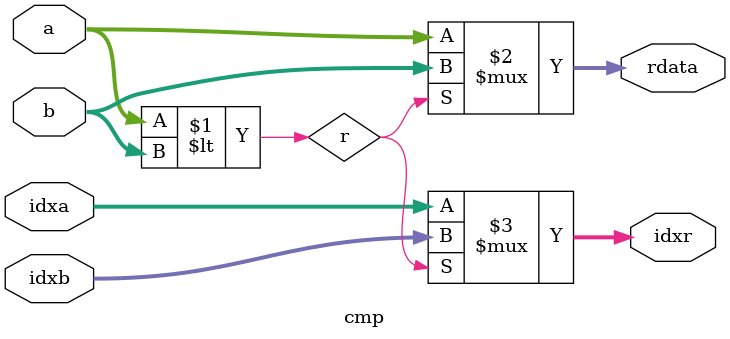
<source format=v>


module cmp(
    input  signed      [15 :  0]              a                 ,
    input              [7  :  0]              idxa              ,
    input  signed      [15 :  0]              b                 ,
    input              [7  :  0]              idxb              ,

    // output                                   r                 ,
    output signed      [15 :  0]              rdata             ,
    output             [7  :  0]              idxr
    );
    wire  r;
    assign r = a < b;
    assign rdata = r ? b : a;
    assign idxr = r ? idxb : idxa; 

endmodule

</source>
